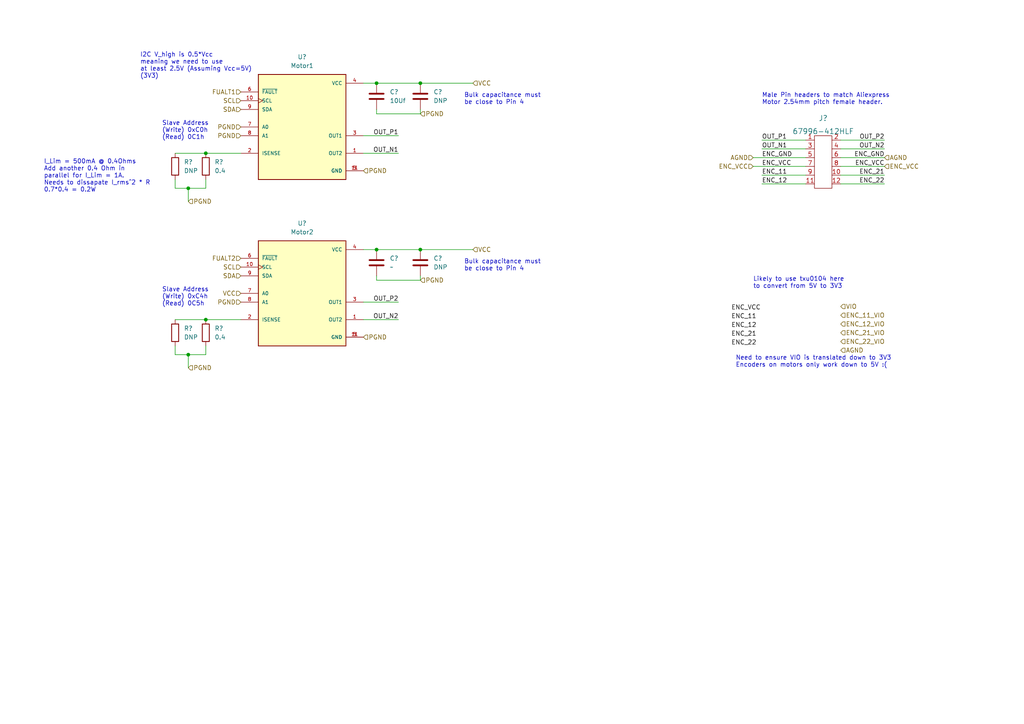
<source format=kicad_sch>
(kicad_sch (version 20211123) (generator eeschema)
  (paper "A4")
  (lib_symbols
    (symbol "DRV8830DRCR_2" (pin_names (offset 1.016))
      (property "Reference" "U?" (at 0 20.32 0))
      (property "Value" "DRV8830DRCR_2" (at 0 17.78 0))
      (symbol "DRV8830DRCR_2_0_0"
        (rectangle (start -12.7 -15.24) (end 12.7 15.24) (stroke (width 0.254)) (fill (type background)))
        (pin output line (at 17.78 -7.62 180) (length 5.08) (name "OUT2") (number "1"))
        (pin input clock (at -17.78 7.62 0) (length 5.08) (name "SCL") (number "10"))
        (pin power_in line (at 17.78 -12.7 180) (length 5.08) (name "GND") (number "11"))
        (pin bidirectional line (at -17.78 -7.62 0) (length 5.08) (name "ISENSE") (number "2"))
        (pin output line (at 17.78 -2.54 180) (length 5.08) (name "OUT1") (number "3"))
        (pin power_in line (at 17.78 12.7 180) (length 5.08) (name "VCC") (number "4"))
        (pin power_in line (at 17.78 -12.7 180) (length 5.08) (name "GND") (number "5"))
        (pin output line (at -17.78 10.16 0) (length 5.08) (name "~{FAULT}") (number "6"))
        (pin input line (at -17.78 0 0) (length 5.08) (name "A0") (number "7"))
        (pin input line (at -17.78 -2.54 0) (length 5.08) (name "A1") (number "8"))
        (pin bidirectional line (at -17.78 5.08 0) (length 5.08) (name "SDA") (number "9"))
      )
    )
    (symbol "Device:C" (pin_numbers hide) (pin_names (offset 0.254))
      (property "Reference" "C" (at 0.635 2.54 0))
      (property "Value" "C" (at 0.635 -2.54 0))
      (symbol "C_0_1"
        (polyline (pts (xy -2.032 -0.762) (xy 2.032 -0.762)) (stroke (width 0.508)))
        (polyline (pts (xy -2.032 0.762) (xy 2.032 0.762)) (stroke (width 0.508)))
      )
      (symbol "C_1_1"
        (pin passive line (at 0 3.81 270) (length 2.794) (name "~") (number "1"))
        (pin passive line (at 0 -3.81 90) (length 2.794) (name "~") (number "2"))
      )
    )
    (symbol "Device:R" (pin_numbers hide) (pin_names (offset 0))
      (property "Reference" "R" (at 2.032 0 90))
      (property "Value" "R" (at 0 0 90))
      (symbol "R_0_1"
        (rectangle (start -1.016 -2.54) (end 1.016 2.54) (stroke (width 0.254)))
      )
      (symbol "R_1_1"
        (pin passive line (at 0 3.81 270) (length 1.27) (name "~") (number "1"))
        (pin passive line (at 0 -3.81 90) (length 1.27) (name "~") (number "2"))
      )
    )
    (symbol "dk_Rectangular-Connectors-Headers-Male-Pins:67996-412HLF" (pin_names (offset 1.016))
      (property "Reference" "J" (at 0 7.62 0))
      (property "Value" "67996-412HLF" (at 0 10.16 0))
      (symbol "67996-412HLF_0_1"
        (rectangle (start -2.54 6.35) (end 2.54 -8.89))
      )
      (symbol "67996-412HLF_1_1"
        (pin passive line (at -5.08 5.08 0) (length 2.54) (name "~") (number "1"))
        (pin passive line (at 5.08 -5.08 180) (length 2.54) (name "~") (number "10"))
        (pin passive line (at -5.08 -7.62 0) (length 2.54) (name "~") (number "11"))
        (pin passive line (at 5.08 -7.62 180) (length 2.54) (name "~") (number "12"))
        (pin passive line (at 5.08 5.08 180) (length 2.54) (name "~") (number "2"))
        (pin passive line (at -5.08 2.54 0) (length 2.54) (name "~") (number "3"))
        (pin passive line (at 5.08 2.54 180) (length 2.54) (name "~") (number "4"))
        (pin passive line (at -5.08 0 0) (length 2.54) (name "~") (number "5"))
        (pin passive line (at 5.08 0 180) (length 2.54) (name "~") (number "6"))
        (pin passive line (at -5.08 -2.54 0) (length 2.54) (name "~") (number "7"))
        (pin passive line (at 5.08 -2.54 180) (length 2.54) (name "~") (number "8"))
        (pin passive line (at -5.08 -5.08 0) (length 2.54) (name "~") (number "9"))
      )
    )
  )
  (junction (at 109.22 72.39))
  (junction (at 121.92 72.39))
  (junction (at 54.61 54.61))
  (junction (at 59.69 44.45))
  (junction (at 121.92 24.13))
  (junction (at 109.22 24.13))
  (junction (at 59.69 92.71))
  (junction (at 54.61 102.87))
  (wire (pts (xy 109.22 33.02) (xy 121.92 33.02)))
  (wire (pts (xy 59.69 44.45) (xy 69.85 44.45)))
  (wire (pts (xy 54.61 102.87) (xy 59.69 102.87)))
  (wire (pts (xy 220.98 43.18) (xy 233.68 43.18)))
  (wire (pts (xy 59.69 100.33) (xy 59.69 102.87)))
  (wire (pts (xy 54.61 54.61) (xy 59.69 54.61)))
  (wire (pts (xy 54.61 54.61) (xy 54.61 58.42)))
  (wire (pts (xy 220.98 53.34) (xy 233.68 53.34)))
  (wire (pts (xy 109.22 24.13) (xy 105.41 24.13)))
  (wire (pts (xy 121.92 81.28) (xy 121.92 80.01)))
  (wire (pts (xy 121.92 24.13) (xy 109.22 24.13)))
  (wire (pts (xy 109.22 72.39) (xy 105.41 72.39)))
  (wire (pts (xy 218.44 48.26) (xy 233.68 48.26)))
  (wire (pts (xy 243.84 53.34) (xy 256.54 53.34)))
  (wire (pts (xy 256.54 45.72) (xy 243.84 45.72)))
  (wire (pts (xy 50.8 52.07) (xy 50.8 54.61)))
  (wire (pts (xy 50.8 102.87) (xy 54.61 102.87)))
  (wire (pts (xy 256.54 43.18) (xy 243.84 43.18)))
  (wire (pts (xy 50.8 92.71) (xy 59.69 92.71)))
  (wire (pts (xy 50.8 44.45) (xy 59.69 44.45)))
  (wire (pts (xy 109.22 80.01) (xy 109.22 81.28)))
  (wire (pts (xy 109.22 81.28) (xy 121.92 81.28)))
  (wire (pts (xy 109.22 31.75) (xy 109.22 33.02)))
  (wire (pts (xy 121.92 33.02) (xy 121.92 31.75)))
  (wire (pts (xy 50.8 100.33) (xy 50.8 102.87)))
  (wire (pts (xy 54.61 102.87) (xy 54.61 106.68)))
  (wire (pts (xy 50.8 54.61) (xy 54.61 54.61)))
  (wire (pts (xy 105.41 39.37) (xy 115.57 39.37)))
  (wire (pts (xy 105.41 44.45) (xy 115.57 44.45)))
  (wire (pts (xy 220.98 50.8) (xy 233.68 50.8)))
  (wire (pts (xy 105.41 92.71) (xy 115.57 92.71)))
  (wire (pts (xy 243.84 50.8) (xy 256.54 50.8)))
  (wire (pts (xy 59.69 52.07) (xy 59.69 54.61)))
  (wire (pts (xy 256.54 48.26) (xy 243.84 48.26)))
  (wire (pts (xy 137.16 72.39) (xy 121.92 72.39)))
  (wire (pts (xy 59.69 92.71) (xy 69.85 92.71)))
  (wire (pts (xy 121.92 72.39) (xy 109.22 72.39)))
  (wire (pts (xy 220.98 40.64) (xy 233.68 40.64)))
  (wire (pts (xy 137.16 24.13) (xy 121.92 24.13)))
  (wire (pts (xy 218.44 45.72) (xy 233.68 45.72)))
  (wire (pts (xy 256.54 40.64) (xy 243.84 40.64)))
  (wire (pts (xy 105.41 87.63) (xy 115.57 87.63)))
  (text "Bulk capacitance must \nbe close to Pin 4" (at 134.62 78.74 0) (effects (font (size 1.27 1.27)) (justify left bottom)))
  (text "Slave Address \n(Write) 0xC0h \n(Read) 0C1h" (at 46.99 40.64 0) (effects (font (size 1.27 1.27)) (justify left bottom)))
  (text "Need to ensure VIO is translated down to 3V3\nEncoders on motors only work down to 5V :(\n" (at 213.36 106.68 0) (effects (font (size 1.27 1.27)) (justify left bottom)))
  (text "Bulk capacitance must \nbe close to Pin 4" (at 134.62 30.48 0) (effects (font (size 1.27 1.27)) (justify left bottom)))
  (text "I2C V_high is 0.5*Vcc\nmeaning we need to use \nat least 2.5V (Assuming Vcc=5V)\n(3V3)\n" (at 40.64 22.86 0) (effects (font (size 1.27 1.27)) (justify left bottom)))
  (text "Likely to use txu0104 here\nto convert from 5V to 3V3" (at 218.44 83.82 0) (effects (font (size 1.27 1.27)) (justify left bottom)))
  (text "Male Pin headers to match Aliexpress\nMotor 2.54mm pitch female header. " (at 220.98 30.48 0) (effects (font (size 1.27 1.27)) (justify left bottom)))
  (text "I_Lim = 500mA @ 0.4Ohms\nAdd another 0.4 Ohm in \nparallel for I_Lim = 1A.\nNeeds to dissapate I_rms^2 * R\n0.7*0.4 = 0.2W\n" (at 12.7 55.88 0) (effects (font (size 1.27 1.27)) (justify left bottom)))
  (text "Slave Address \n(Write) 0xC4h \n(Read) 0C5h" (at 46.99 88.9 0) (effects (font (size 1.27 1.27)) (justify left bottom)))
  (label "OUT_P1" (at 115.57 39.37 180))
  (label "ENC_21" (at 212.09 97.79 0))
  (label "OUT_P2" (at 115.57 87.63 180))
  (label "OUT_N2" (at 256.54 43.18 180))
  (label "OUT_P1" (at 220.98 40.64 0))
  (label "ENC_12" (at 212.09 95.25 0))
  (label "OUT_N1" (at 220.98 43.18 0))
  (label "ENC_21" (at 256.54 50.8 180))
  (label "ENC_GND" (at 256.54 45.72 180))
  (label "OUT_N2" (at 115.57 92.71 180))
  (label "ENC_GND" (at 220.98 45.72 0))
  (label "ENC_VCC" (at 220.98 48.26 0))
  (label "OUT_N1" (at 115.57 44.45 180))
  (label "OUT_P2" (at 256.54 40.64 180))
  (label "ENC_11" (at 220.98 50.8 0))
  (label "ENC_11" (at 212.09 92.71 0))
  (label "ENC_12" (at 220.98 53.34 0))
  (label "ENC_22" (at 256.54 53.34 180))
  (label "ENC_VCC" (at 212.09 90.17 0))
  (label "ENC_VCC" (at 256.54 48.26 180))
  (label "ENC_22" (at 212.09 100.33 0))
  (hierarchical_label "VCC" (shape input) (at 137.16 24.13 0))
  (hierarchical_label "PGND" (shape input) (at 54.61 106.68 0))
  (hierarchical_label "AGND" (shape input) (at 218.44 45.72 180))
  (hierarchical_label "VIO" (shape input) (at 243.84 88.9 0))
  (hierarchical_label "ENC_VCC" (shape input) (at 256.54 48.26 0))
  (hierarchical_label "SDA" (shape input) (at 69.85 31.75 180))
  (hierarchical_label "ENC_21_VIO" (shape input) (at 243.84 96.52 0))
  (hierarchical_label "AGND" (shape input) (at 256.54 45.72 0))
  (hierarchical_label "AGND" (shape input) (at 243.84 101.6 0))
  (hierarchical_label "VCC" (shape input) (at 137.16 72.39 0))
  (hierarchical_label "PGND" (shape input) (at 121.92 81.28 0))
  (hierarchical_label "ENC_12_VIO" (shape input) (at 243.84 93.98 0))
  (hierarchical_label "SDA" (shape input) (at 69.85 80.01 180))
  (hierarchical_label "PGND" (shape input) (at 105.41 97.79 0))
  (hierarchical_label "ENC_22_VIO" (shape input) (at 243.84 99.06 0))
  (hierarchical_label "FUALT1" (shape input) (at 69.85 26.67 180))
  (hierarchical_label "FUALT2" (shape input) (at 69.85 74.93 180))
  (hierarchical_label "PGND" (shape input) (at 54.61 58.42 0))
  (hierarchical_label "VCC" (shape input) (at 69.85 85.09 180))
  (hierarchical_label "ENC_11_VIO" (shape input) (at 243.84 91.44 0))
  (hierarchical_label "SCL" (shape input) (at 69.85 29.21 180))
  (hierarchical_label "ENC_VCC" (shape input) (at 218.44 48.26 180))
  (hierarchical_label "PGND" (shape input) (at 105.41 49.53 0))
  (hierarchical_label "PGND" (shape input) (at 69.85 36.83 180))
  (hierarchical_label "SCL" (shape input) (at 69.85 77.47 180))
  (hierarchical_label "PGND" (shape input) (at 69.85 39.37 180))
  (hierarchical_label "PGND" (shape input) (at 121.92 33.02 0))
  (hierarchical_label "PGND" (shape input) (at 69.85 87.63 180))
  (symbol (lib_id "Device:R") (at 50.8 96.52 0) (unit 1)
    (property "Reference" "R?" (at 53.34 95.2499 0) (effects (justify left)))
    (property "Value" "DNP" (at 53.34 97.7899 0) (effects (justify left)))
  )
  (symbol (lib_id "Device:C") (at 121.92 27.94 0) (unit 1)
    (property "Reference" "C?" (at 125.73 26.6699 0) (effects (justify left)))
    (property "Value" "DNP" (at 125.73 29.2099 0) (effects (justify left)))
  )
  (symbol (lib_id "Device:C") (at 109.22 27.94 0) (unit 1)
    (property "Reference" "C?" (at 113.03 26.6699 0) (effects (justify left)))
    (property "Value" "10Uf" (at 113.03 29.2099 0) (effects (justify left)))
  )
  (symbol (lib_id "Device:R") (at 50.8 48.26 0) (unit 1)
    (property "Reference" "R?" (at 53.34 46.9899 0) (effects (justify left)))
    (property "Value" "DNP" (at 53.34 49.5299 0) (effects (justify left)))
  )
  (symbol (lib_id "Device:R") (at 59.69 96.52 0) (unit 1)
    (property "Reference" "R?" (at 62.23 95.2499 0) (effects (justify left)))
    (property "Value" "0.4" (at 62.23 97.7899 0) (effects (justify left)))
  )
  (symbol (lib_id "Device:C") (at 121.92 76.2 0) (unit 1)
    (property "Reference" "C?" (at 125.73 74.9299 0) (effects (justify left)))
    (property "Value" "DNP" (at 125.73 77.4699 0) (effects (justify left)))
  )
  (symbol (lib_name "DRV8830DRCR_2") (lib_id "Driver_Motor:DRV8830DRCR") (at 87.63 85.09 0) (unit 1)
    (property "Reference" "U?" (at 87.63 64.77 0))
    (property "Value" "Motor2" (at 87.63 67.31 0))
    (property "Footprint" "Snapeda:IC_DRV8830DRCR" (effects hide))
    (property "Datasheet" "https://www.ti.com/lit/ds/symlink/drv8830.pdf" (effects hide))
    (property "MAXIMUM_PACKAGE_HEIGHT" "1.0mm" (effects hide))
    (property "STANDARD" "Manufacturer Recommendations" (effects hide))
    (property "MANUFACTURER" "Texas Instruments" (effects hide))
    (property "PARTREV" "G" (effects hide))
    (property "Description" "Provide adequate heat sinking on PCB" (effects hide))
  )
  (symbol (lib_id "Device:C") (at 109.22 76.2 0) (unit 1)
    (property "Reference" "C?" (at 113.03 74.9299 0) (effects (justify left)))
    (property "Value" "~" (at 113.03 77.4699 0) (effects (justify left)))
  )
  (symbol (lib_name "DRV8830DRCR_2") (lib_id "Driver_Motor:DRV8830DRCR") (at 87.63 36.83 0) (unit 1)
    (property "Reference" "U?" (at 87.63 16.51 0))
    (property "Value" "Motor1" (at 87.63 19.05 0))
    (property "Footprint" "Snapeda:IC_DRV8830DRCR" (effects hide))
    (property "Datasheet" "https://www.ti.com/lit/ds/symlink/drv8830.pdf" (effects hide))
    (property "MAXIMUM_PACKAGE_HEIGHT" "1.0mm" (effects hide))
    (property "STANDARD" "Manufacturer Recommendations" (effects hide))
    (property "MANUFACTURER" "Texas Instruments" (effects hide))
    (property "PARTREV" "G" (effects hide))
    (property "Description" "Provide adequate heat sinking on PCB" (effects hide))
  )
  (symbol (lib_id "dk_Rectangular-Connectors-Headers-Male-Pins:67996-412HLF") (at 238.76 45.72 0) (unit 1)
    (property "Reference" "J?" (at 238.76 34.29 0) (effects (font (size 1.524 1.524))))
    (property "Value" "67996-412HLF" (at 238.76 38.1 0) (effects (font (size 1.524 1.524))))
    (property "Footprint" "digikey-footprints:PinHeader_6x2_P2.54mm_Horizontal" (effects hide))
    (property "Datasheet" "https://cdn.amphenol-icc.com/media/wysiwyg/files/drawing/67996.pdf" (effects hide))
    (property "Digi-Key_PN" "609-3219-ND" (effects hide))
    (property "MPN" "67996-412HLF" (effects hide))
    (property "Category" "Connectors, Interconnects" (effects hide))
    (property "Family" "Rectangular Connectors - Headers, Male Pins" (effects hide))
    (property "DK_Datasheet_Link" "https://cdn.amphenol-icc.com/media/wysiwyg/files/drawing/67996.pdf" (effects hide))
    (property "DK_Detail_Page" "/product-detail/en/amphenol-icc-fci/67996-412HLF/609-3219-ND/1878508" (effects hide))
    (property "Description" "CONN HEADER VERT 12POS 2.54MM" (effects hide))
    (property "Manufacturer" "Amphenol ICC (FCI)" (effects hide))
    (property "Status" "Active" (effects hide))
  )
  (symbol (lib_id "Device:R") (at 59.69 48.26 0) (unit 1)
    (property "Reference" "R?" (at 62.23 46.9899 0) (effects (justify left)))
    (property "Value" "0.4" (at 62.23 49.5299 0) (effects (justify left)))
  )
)
</source>
